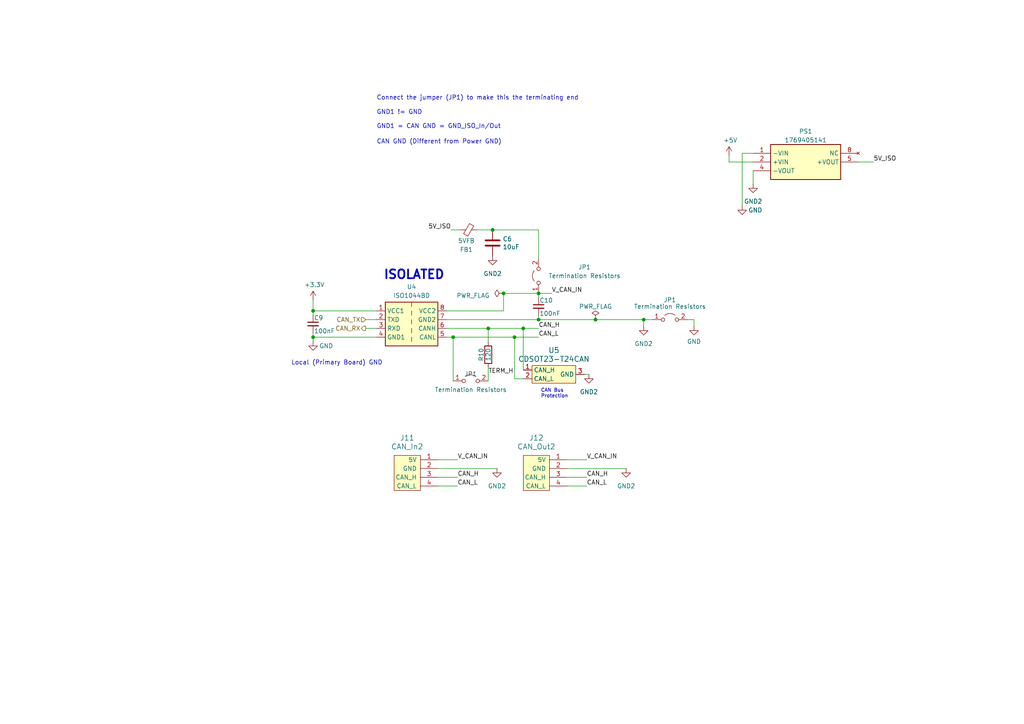
<source format=kicad_sch>
(kicad_sch (version 20230121) (generator eeschema)
  (paper "A4")
  (lib_symbols
    (symbol "Device:C" (pin_numbers hide) (pin_names (offset 0.254))
      (property "Reference" "C" (at 0.635 2.54 0))
      (property "Value" "C" (at 0.635 -2.54 0))
      (symbol "C_0_1"
        (polyline (pts (xy -2.032 -0.762) (xy 2.032 -0.762)) (stroke (width 0.508)))
        (polyline (pts (xy -2.032 0.762) (xy 2.032 0.762)) (stroke (width 0.508)))
      )
      (symbol "C_1_1"
        (pin passive line (at 0 3.81 270) (length 2.794) (name "~") (number "1"))
        (pin passive line (at 0 -3.81 90) (length 2.794) (name "~") (number "2"))
      )
    )
    (symbol "Device:C_Small" (pin_numbers hide) (pin_names (offset 0.254) hide)
      (property "Reference" "C" (at 0.254 1.778 0))
      (property "Value" "C_Small" (at 0.254 -2.032 0))
      (symbol "C_Small_0_1"
        (polyline (pts (xy -1.524 -0.508) (xy 1.524 -0.508)) (stroke (width 0.3302)))
        (polyline (pts (xy -1.524 0.508) (xy 1.524 0.508)) (stroke (width 0.3048)))
      )
      (symbol "C_Small_1_1"
        (pin passive line (at 0 2.54 270) (length 2.032) (name "~") (number "1"))
        (pin passive line (at 0 -2.54 90) (length 2.032) (name "~") (number "2"))
      )
    )
    (symbol "Device:FerriteBead_Small" (pin_numbers hide) (pin_names (offset 0))
      (property "Reference" "FB" (at 1.905 1.27 0))
      (property "Value" "FerriteBead_Small" (at 1.905 -1.27 0))
      (symbol "FerriteBead_Small_0_1"
        (polyline (pts (xy 0 -1.27) (xy 0 -0.7874)))
        (polyline (pts (xy 0 0.889) (xy 0 1.2954)))
        (polyline (pts (xy -1.8288 0.2794) (xy -1.1176 1.4986) (xy 1.8288 -0.2032) (xy 1.1176 -1.4224) (xy -1.8288 0.2794)))
      )
      (symbol "FerriteBead_Small_1_1"
        (pin passive line (at 0 2.54 270) (length 1.27) (name "~") (number "1"))
        (pin passive line (at 0 -2.54 90) (length 1.27) (name "~") (number "2"))
      )
    )
    (symbol "Device:R" (pin_numbers hide) (pin_names (offset 0))
      (property "Reference" "R" (at 2.032 0 90))
      (property "Value" "R" (at 0 0 90))
      (symbol "R_0_1"
        (rectangle (start -1.016 -2.54) (end 1.016 2.54) (stroke (width 0.254)))
      )
      (symbol "R_1_1"
        (pin passive line (at 0 3.81 270) (length 1.27) (name "~") (number "1"))
        (pin passive line (at 0 -3.81 90) (length 1.27) (name "~") (number "2"))
      )
    )
    (symbol "Jumper:Jumper_2_Open" (pin_names (offset 0) hide)
      (property "Reference" "JP" (at 0 2.794 0))
      (property "Value" "Jumper_2_Open" (at 0 -2.286 0))
      (symbol "Jumper_2_Open_0_0"
        (circle (center -2.032 0) (radius 0.508))
        (circle (center 2.032 0) (radius 0.508))
      )
      (symbol "Jumper_2_Open_0_1"
        (arc (start 1.524 1.27) (mid 0 1.778) (end -1.524 1.27))
      )
      (symbol "Jumper_2_Open_1_1"
        (pin passive line (at -5.08 0 0) (length 2.54) (name "A") (number "1"))
        (pin passive line (at 5.08 0 180) (length 2.54) (name "B") (number "2"))
      )
    )
    (symbol "UTSVT_LeaderSOM:1769405141"
      (property "Reference" "PS" (at 26.67 7.62 0))
      (property "Value" "1769405141" (at 26.67 5.08 0))
      (symbol "1769405141_1_1"
        (rectangle (start 5.08 2.54) (end 25.4 -7.62) (stroke (width 0.254)) (fill (type background)))
        (pin passive line (at 0 0 0) (length 5.08) (name "-VIN") (number "1"))
        (pin passive line (at 0 -2.54 0) (length 5.08) (name "+VIN") (number "2"))
        (pin passive line (at 0 -5.08 0) (length 5.08) (name "-VOUT") (number "4"))
        (pin passive line (at 30.48 -2.54 180) (length 5.08) (name "+VOUT") (number "5"))
        (pin no_connect line (at 30.48 0 180) (length 5.08) (name "NC") (number "8"))
      )
    )
    (symbol "power:+3.3V" (power) (pin_names (offset 0))
      (property "Value" "+3.3V" (at 0 3.556 0))
      (symbol "+3.3V_0_1"
        (polyline (pts (xy -0.762 1.27) (xy 0 2.54)))
        (polyline (pts (xy 0 0) (xy 0 2.54)))
        (polyline (pts (xy 0 2.54) (xy 0.762 1.27)))
      )
      (symbol "+3.3V_1_1"
        (pin power_in line (at 0 0 90) (length 0) hide (name "+3.3V") (number "1"))
      )
    )
    (symbol "power:+5V" (power) (pin_names (offset 0))
      (property "Value" "+5V" (at 0 3.556 0))
      (symbol "+5V_0_1"
        (polyline (pts (xy -0.762 1.27) (xy 0 2.54)))
        (polyline (pts (xy 0 0) (xy 0 2.54)))
        (polyline (pts (xy 0 2.54) (xy 0.762 1.27)))
      )
      (symbol "+5V_1_1"
        (pin power_in line (at 0 0 90) (length 0) hide (name "+5V") (number "1"))
      )
    )
    (symbol "power:GND" (power) (pin_names (offset 0))
      (property "Value" "GND" (at 0 -3.81 0))
      (symbol "GND_0_1"
        (polyline (pts (xy 0 0) (xy 0 -1.27) (xy 1.27 -1.27) (xy 0 -2.54) (xy -1.27 -1.27) (xy 0 -1.27)))
      )
      (symbol "GND_1_1"
        (pin power_in line (at 0 0 270) (length 0) hide (name "GND") (number "1"))
      )
    )
    (symbol "power:GND2" (power) (pin_names (offset 0))
      (property "Value" "GND2" (at 0 -3.81 0))
      (symbol "GND2_0_1"
        (polyline (pts (xy 0 0) (xy 0 -1.27) (xy 1.27 -1.27) (xy 0 -2.54) (xy -1.27 -1.27) (xy 0 -1.27)))
      )
      (symbol "GND2_1_1"
        (pin power_in line (at 0 0 270) (length 0) hide (name "GND2") (number "1"))
      )
    )
    (symbol "power:PWR_FLAG" (power) (pin_numbers hide) (pin_names (offset 0) hide)
      (property "Value" "PWR_FLAG" (at 0 3.81 0))
      (symbol "PWR_FLAG_0_0"
        (pin power_out line (at 0 0 90) (length 0) (name "pwr") (number "1"))
      )
      (symbol "PWR_FLAG_0_1"
        (polyline (pts (xy 0 0) (xy 0 1.27) (xy -1.016 1.905) (xy 0 2.54) (xy 1.016 1.905) (xy 0 1.27)))
      )
    )
    (symbol "utsvt-chips:CDSOT23-T24CAN"
      (property "Reference" "U" (at 0 -3.81 0))
      (property "Value" "CDSOT23-T24CAN" (at 0 3.81 0))
      (symbol "CDSOT23-T24CAN_0_1"
        (rectangle (start 6.35 2.54) (end -6.35 -2.54) (fill (type background)))
      )
      (symbol "CDSOT23-T24CAN_1_1"
        (pin passive line (at -8.89 1.27 0) (length 2.54) (name "CAN_H") (number "1"))
        (pin passive line (at -8.89 -1.27 0) (length 2.54) (name "CAN_L") (number "2"))
        (pin passive line (at 8.89 0 180) (length 2.54) (name "GND") (number "3"))
      )
    )
    (symbol "utsvt-chips:ISO1044BD"
      (property "Reference" "U" (at -6.35 6.35 0))
      (property "Value" "ISO1044BD" (at 2.54 6.35 0))
      (symbol "ISO1044BD_0_1"
        (rectangle (start -7.62 5.08) (end 7.62 -7.62) (stroke (width 0.254)) (fill (type background)))
        (polyline (pts (xy 0 -5.08) (xy 0 -6.35)))
        (polyline (pts (xy 0 -2.54) (xy 0 -3.81)))
        (polyline (pts (xy 0 0) (xy 0 -1.27)))
        (polyline (pts (xy 0 2.54) (xy 0 1.27)))
        (polyline (pts (xy 0 5.08) (xy 0 3.81)))
      )
      (symbol "ISO1044BD_1_1"
        (pin power_in line (at -10.16 2.54 0) (length 2.54) (name "VCC1") (number "1"))
        (pin input line (at -10.16 0 0) (length 2.54) (name "TXD") (number "2"))
        (pin output line (at -10.16 -2.54 0) (length 2.54) (name "RXD") (number "3"))
        (pin power_in line (at -10.16 -5.08 0) (length 2.54) (name "GND1") (number "4"))
        (pin bidirectional line (at 10.16 -5.08 180) (length 2.54) (name "CANL") (number "5"))
        (pin bidirectional line (at 10.16 -2.54 180) (length 2.54) (name "CANH") (number "6"))
        (pin power_in line (at 10.16 0 180) (length 2.54) (name "GND2") (number "7"))
        (pin power_in line (at 10.16 2.54 180) (length 2.54) (name "VCC2") (number "8"))
      )
    )
    (symbol "utsvt-connectors:CANConnector" (pin_names (offset 1.016))
      (property "Reference" "J" (at 0 -6.35 0))
      (property "Value" "CANConnector" (at 0 6.35 0))
      (symbol "CANConnector_0_1"
        (rectangle (start 3.81 5.08) (end -3.81 -5.08) (fill (type background)))
      )
      (symbol "CANConnector_1_1"
        (pin power_in line (at 8.89 3.81 180) (length 5.08) (name "5V") (number "1"))
        (pin power_in line (at 8.89 1.27 180) (length 5.08) (name "GND") (number "2"))
        (pin bidirectional line (at 8.89 -1.27 180) (length 5.08) (name "CAN_H") (number "3"))
        (pin bidirectional line (at 8.89 -3.81 180) (length 5.08) (name "CAN_L") (number "4"))
      )
    )
  )
  (junction (at 141.605 95.25))
  (junction (at 156.21 92.71))
  (junction (at 142.875 66.675))
  (junction (at 151.765 95.25))
  (junction (at 172.72 92.71))
  (junction (at 90.805 90.17))
  (junction (at 90.805 97.79))
  (junction (at 186.69 92.71))
  (junction (at 131.445 97.79))
  (junction (at 156.21 85.09))
  (junction (at 149.225 97.79))
  (junction (at 146.05 85.09))
  (wire (pts (xy 127 133.35) (xy 132.715 133.35)))
  (wire (pts (xy 248.92 46.99) (xy 253.365 46.99)))
  (wire (pts (xy 129.54 97.79) (xy 131.445 97.79)))
  (wire (pts (xy 218.44 49.53) (xy 218.44 53.34)))
  (wire (pts (xy 90.805 90.17) (xy 109.22 90.17)))
  (wire (pts (xy 186.69 94.615) (xy 186.69 92.71)))
  (wire (pts (xy 90.805 90.17) (xy 90.805 91.44)))
  (wire (pts (xy 127 140.97) (xy 132.715 140.97)))
  (wire (pts (xy 141.605 95.25) (xy 151.765 95.25)))
  (wire (pts (xy 156.21 85.09) (xy 156.21 86.36)))
  (wire (pts (xy 218.44 46.99) (xy 211.455 46.99)))
  (wire (pts (xy 218.44 44.45) (xy 215.265 44.45)))
  (wire (pts (xy 141.605 95.25) (xy 141.605 99.06)))
  (wire (pts (xy 156.21 85.09) (xy 160.02 85.09)))
  (wire (pts (xy 138.43 66.675) (xy 142.875 66.675)))
  (wire (pts (xy 90.805 97.79) (xy 109.22 97.79)))
  (wire (pts (xy 141.605 110.49) (xy 141.605 106.68)))
  (wire (pts (xy 151.765 95.25) (xy 156.21 95.25)))
  (wire (pts (xy 211.455 45.085) (xy 211.455 46.99)))
  (wire (pts (xy 164.465 135.89) (xy 181.61 135.89)))
  (wire (pts (xy 127 135.89) (xy 144.145 135.89)))
  (wire (pts (xy 90.805 99.06) (xy 90.805 97.79)))
  (wire (pts (xy 156.21 66.675) (xy 156.21 74.93)))
  (wire (pts (xy 127 138.43) (xy 132.715 138.43)))
  (wire (pts (xy 149.225 97.79) (xy 149.225 109.855)))
  (wire (pts (xy 156.21 91.44) (xy 156.21 92.71)))
  (wire (pts (xy 131.445 97.79) (xy 149.225 97.79)))
  (wire (pts (xy 164.465 140.97) (xy 170.18 140.97)))
  (wire (pts (xy 146.05 85.09) (xy 156.21 85.09)))
  (wire (pts (xy 169.545 108.585) (xy 170.815 108.585)))
  (wire (pts (xy 130.81 66.675) (xy 133.35 66.675)))
  (wire (pts (xy 90.805 96.52) (xy 90.805 97.79)))
  (wire (pts (xy 199.39 92.71) (xy 201.295 92.71)))
  (wire (pts (xy 142.875 66.675) (xy 156.21 66.675)))
  (wire (pts (xy 90.805 86.995) (xy 90.805 90.17)))
  (wire (pts (xy 201.295 94.615) (xy 201.295 92.71)))
  (wire (pts (xy 164.465 138.43) (xy 170.18 138.43)))
  (wire (pts (xy 131.445 97.79) (xy 131.445 110.49)))
  (wire (pts (xy 106.045 95.25) (xy 109.22 95.25)))
  (wire (pts (xy 129.54 95.25) (xy 141.605 95.25)))
  (wire (pts (xy 156.21 92.71) (xy 172.72 92.71)))
  (wire (pts (xy 129.54 92.71) (xy 156.21 92.71)))
  (wire (pts (xy 146.05 85.09) (xy 146.05 90.17)))
  (wire (pts (xy 106.045 92.71) (xy 109.22 92.71)))
  (wire (pts (xy 151.765 109.855) (xy 149.225 109.855)))
  (wire (pts (xy 149.225 97.79) (xy 156.21 97.79)))
  (wire (pts (xy 164.465 133.35) (xy 170.18 133.35)))
  (wire (pts (xy 172.72 92.71) (xy 186.69 92.71)))
  (wire (pts (xy 151.765 95.25) (xy 151.765 107.315)))
  (wire (pts (xy 146.05 90.17) (xy 129.54 90.17)))
  (wire (pts (xy 215.265 44.45) (xy 215.265 59.69)))
  (wire (pts (xy 189.23 92.71) (xy 186.69 92.71)))
  (text "ISOLATED" (at 111.125 81.28 0) (effects (font (size 2.54 2.54) (thickness 0.508) bold) (justify left bottom)))
  (text "GND1 != GND\n\nGND1 = CAN GND = GND_ISO_In/Out" (at 109.22 37.465 0) (effects (font (size 1.27 1.27)) (justify left bottom)))
  (text "CAN GND (Different from Power GND)" (at 109.22 41.91 0) (effects (font (size 1.27 1.27)) (justify left bottom)))
  (text "Local (Primary Board) GND" (at 84.455 106.045 0) (effects (font (size 1.27 1.27)) (justify left bottom)))
  (text "CAN Bus\nProtection" (at 156.845 115.57 0) (effects (font (size 1.016 1.016)) (justify left bottom)))
  (text "Connect the jumper (JP1) to make this the terminating end" (at 109.22 29.21 0) (effects (font (size 1.27 1.27)) (justify left bottom)))
  (label "V_CAN_IN" (at 160.02 85.09 0))
  (label "V_CAN_IN" (at 132.715 133.35 0))
  (label "CAN_H" (at 170.18 138.43 0))
  (label "CAN_H" (at 132.715 138.43 0))
  (label "CAN_L" (at 170.18 140.97 0))
  (label "CAN_L" (at 132.715 140.97 0))
  (label "V_CAN_IN" (at 170.18 133.35 0))
  (label "CAN_L" (at 156.21 97.79 0))
  (label "CAN_H" (at 156.21 95.25 0))
  (label "TERM_H" (at 141.605 108.585 0))
  (label "5V_ISO" (at 130.81 66.675 180))
  (label "5V_ISO" (at 253.365 46.99 0))
  (hierarchical_label "CAN_TX" (shape input) (at 106.045 92.71 180))
  (hierarchical_label "CAN_RX" (shape output) (at 106.045 95.25 180))
  (symbol (lib_id "power:GND2") (at 181.61 135.89 0) (unit 1)
    (property "Reference" "#PWR081" (effects hide))
    (property "Value" "GND2" (at 181.61 140.97 0))
  )
  (symbol (lib_id "Device:C_Small") (at 156.21 88.9 0) (unit 1)
    (property "Reference" "C10" (at 156.464 87.122 0) (effects (justify left)))
    (property "Value" "100nF" (at 156.464 90.932 0) (effects (justify left)))
    (property "Footprint" "Capacitor_SMD:C_0805_2012Metric" (effects hide))
    (property "Datasheet" "https://www.mouser.com/datasheet/2/212/KEM_C1002_X7R_SMD-1102033.pdf" (effects hide))
    (property "Mouser Part Number" "80-C0805C104M5R" (effects hide))
    (property "P/N" "C0805C104M5RACTU" (effects hide))
    (instances (project "LeaderSOM" (path "" (reference "C10") (unit 1)) (path "" (reference "C11") (unit 1))) (project "Dashboard" (path "" (reference "C39") (unit 1))) (project "BPS-PeripheralSOM" (path "" (reference "C6") (unit 1))))
  )
  (symbol (lib_id "power:GND2") (at 186.69 94.615 0) (unit 1)
    (property "Reference" "#PWR058" (effects hide))
    (property "Value" "GND2" (at 186.69 99.695 0))
  )
  (symbol (lib_id "power:GND2") (at 142.875 74.295 0) (unit 1)
    (property "Reference" "#PWR085" (effects hide))
    (property "Value" "GND2" (at 142.875 79.375 0))
  )
  (symbol (lib_id "utsvt-chips:ISO1044BD") (at 119.38 92.71 0) (unit 1)
    (property "Reference" "U4" (at 119.38 83.185 0))
    (property "Value" "ISO1044BD" (at 119.38 85.725 0))
    (property "Footprint" "Package_SO:SSOP-8_3.9x5.05mm_P1.27mm" (effects hide))
    (property "Datasheet" "https://www.mouser.com/ProductDetail/Texas-Instruments/ISO1044BDR?qs=DuoOggApuK9UGD9QQWYeTA%3D%3D" (effects hide))
    (instances (project "LeaderSOM" (path "" (reference "U4") (unit 1)) (path "" (reference "U8") (unit 1))) (project "BPS-PeripheralSOM" (path "" (reference "U2") (unit 1))))
  )
  (symbol (lib_id "power:+3.3V") (at 90.805 86.995 0) (unit 1)
    (property "Reference" "#PWR082" (effects hide))
    (property "Value" "+3.3V" (at 91.186 82.6008 0))
    (instances (project "LeaderSOM" (path "" (reference "#PWR082") (unit 1)) (path "" (reference "#PWR07") (unit 1))) (project "Dashboard" (path "" (reference "#PWR0100") (unit 1))) (project "BPS-PeripheralSOM" (path "" (reference "#PWR036") (unit 1))))
  )
  (symbol (lib_id "power:GND") (at 215.265 59.69 0) (unit 1)
    (property "Reference" "#PWR083" (effects hide))
    (property "Value" "GND" (at 219.075 60.96 0))
    (instances (project "LeaderSOM" (path "" (reference "#PWR083") (unit 1)) (path "" (reference "#PWR068") (unit 1))) (project "Dashboard" (path "" (reference "#PWR098") (unit 1))) (project "BPS-PeripheralSOM" (path "" (reference "#PWR033") (unit 1))))
  )
  (symbol (lib_id "Device:C") (at 142.875 70.485 0) (unit 1)
    (property "Reference" "C6" (at 145.796 69.3166 0) (effects (justify left)))
    (property "Value" "10uF" (at 145.796 71.628 0) (effects (justify left)))
    (property "Footprint" "Capacitor_SMD:C_0805_2012Metric" (effects hide))
    (property "Datasheet" "https://www.mouser.com/datasheet/2/40/AVX_X7RDielectric_777024-1853642.pdf" (effects hide))
    (property "P/N" "0805YC106KAT2A" (effects hide))
    (property "Mouser Part Number" "581-0805YC106KAT2A" (effects hide))
    (instances (project "LeaderSOM" (path "" (reference "C6") (unit 1)) (path "" (reference "C3") (unit 1))) (project "Telemetry-Primary" (path "" (reference "C22") (unit 1))) (project "BPS-PeripheralSOM" (path "" (reference "C2") (unit 1))))
  )
  (symbol (lib_id "power:GND2") (at 218.44 53.34 0) (unit 1)
    (property "Reference" "#PWR010" (effects hide))
    (property "Value" "GND2" (at 218.44 58.42 0))
  )
  (symbol (lib_id "utsvt-connectors:CANConnector") (at 118.11 137.16 0) (unit 1)
    (property "Reference" "J11" (at 118.11 127 0) (effects (font (size 1.524 1.524))))
    (property "Value" "CAN_In2" (at 118.11 129.54 0) (effects (font (size 1.524 1.524))))
    (instances (project "LeaderSOM" (path "" (reference "J11") (unit 1)) (path "" (reference "J5") (unit 1))))
  )
  (symbol (lib_id "Jumper:Jumper_2_Open") (at 156.21 80.01 90) (unit 1)
    (property "Reference" "JP1" (at 169.545 77.47 90))
    (property "Value" "Termination Resistors" (at 169.545 80.01 90))
    (property "Footprint" "Connector_PinHeader_2.54mm:PinHeader_1x02_P2.54mm_Vertical" (effects hide))
    (instances (project "LeaderSOM" (path "" (reference "JP1") (unit 1)) (path "" (reference "JP2") (unit 1))) (project "Dashboard" (path "" (reference "JP2") (unit 1))) (project "BPS-PeripheralSOM" (path "" (reference "JP2") (unit 1))))
  )
  (symbol (lib_id "Device:R") (at 141.605 102.87 180) (unit 1)
    (property "Reference" "R10" (at 139.573 102.87 90))
    (property "Value" "120" (at 141.605 102.87 90))
    (property "Footprint" "Resistor_SMD:R_0805_2012Metric" (effects hide))
    (property "Datasheet" "https://www.vishay.com/docs/20035/dcrcwe3.pdf" (effects hide))
    (property "Mouser Part Number" "71-CRCW080559R0FKEA" (effects hide))
    (property "P/N" "CRCW080559R0FKEA" (effects hide))
    (instances (project "LeaderSOM" (path "" (reference "R10") (unit 1)) (path "" (reference "R22") (unit 1))) (project "Dashboard" (path "" (reference "R35") (unit 1))) (project "BPS-PeripheralSOM" (path "" (reference "R16") (unit 1))))
  )
  (symbol (lib_id "UTSVT_LeaderSOM:1769405141") (at 218.44 44.45 0) (unit 1)
    (property "Reference" "PS1" (at 233.68 38.1 0))
    (property "Value" "1769405141" (at 233.68 40.64 0))
    (property "Footprint" "1769405141" (effects hide))
    (property "Datasheet" "https://www.we-online.com/components/products/datasheet/1769405141.pdf" (effects hide))
    (property "Height" "7.5" (effects hide))
    (property "Mouser Part Number" "710-1769405141" (effects hide))
    (property "Mouser Price/Stock" "https://www.mouser.co.uk/ProductDetail/Wurth-Elektronik/1769405141?qs=T%252BzbugeAwjggRc36WtB4Aw%3D%3D" (effects hide))
    (property "Manufacturer_Name" "Wurth Elektronik" (effects hide))
    (property "Manufacturer_Part_Number" "1769405141" (effects hide))
  )
  (symbol (lib_id "Device:FerriteBead_Small") (at 135.89 66.675 270) (unit 1)
    (property "Reference" "FB1" (at 135.255 72.39 90))
    (property "Value" "5VFB" (at 135.255 69.85 90))
    (property "Footprint" "Inductor_SMD:L_0805_2012Metric" (effects hide))
    (property "Datasheet" "https://www.mouser.com/datasheet/2/87/eaton_mfbw1v2012_high_impedance_multilayer_ferrite-1916871.pdf" (effects hide))
    (property "P/N" "MFBW1V2012-121-R" (effects hide))
    (property "Mouser Part Number" "704-MFBW1V2012-121-R" (effects hide))
    (instances (project "LeaderSOM" (path "" (reference "FB1") (unit 1))) (project "Controls-LightingPCB" (path "" (reference "FB1") (unit 1))) (project "BPS-PeripheralSOM" (path "" (reference "FB2") (unit 1)) (path "" (reference "FB2") (unit 1))))
  )
  (symbol (lib_id "power:+5V") (at 211.455 45.085 0) (unit 1)
    (property "Reference" "#PWR042" (effects hide))
    (property "Value" "+5V" (at 211.836 40.6908 0))
    (instances (project "LeaderSOM" (path "" (reference "#PWR042") (unit 1)) (path "" (reference "#PWR087") (unit 1)) (path "" (reference "#PWR061") (unit 1))) (project "Telemetry-Primary" (path "" (reference "#PWR0124") (unit 1))) (project "BPS-PeripheralSOM" (path "" (reference "#PWR025") (unit 1))))
  )
  (symbol (lib_id "power:PWR_FLAG") (at 172.72 92.71 0) (unit 1)
    (property "Reference" "#FLG011" (effects hide))
    (property "Value" "PWR_FLAG" (at 172.72 88.9 0))
  )
  (symbol (lib_id "Jumper:Jumper_2_Open") (at 194.31 92.71 0) (unit 1)
    (property "Reference" "JP1" (at 194.31 86.995 0))
    (property "Value" "Termination Resistors" (at 194.31 88.9 0))
    (property "Footprint" "Connector_PinHeader_2.54mm:PinHeader_1x02_P2.54mm_Vertical" (effects hide))
    (instances (project "LeaderSOM" (path "" (reference "JP1") (unit 1)) (path "" (reference "JP4") (unit 1))) (project "Dashboard" (path "" (reference "JP2") (unit 1))) (project "BPS-PeripheralSOM" (path "" (reference "JP2") (unit 1))))
  )
  (symbol (lib_id "power:GND2") (at 144.145 135.89 0) (unit 1)
    (property "Reference" "#PWR080" (effects hide))
    (property "Value" "GND2" (at 144.145 140.97 0))
  )
  (symbol (lib_id "Device:C_Small") (at 90.805 93.98 0) (unit 1)
    (property "Reference" "C9" (at 91.059 92.202 0) (effects (justify left)))
    (property "Value" "100nF" (at 91.059 96.012 0) (effects (justify left)))
    (property "Footprint" "Capacitor_SMD:C_0805_2012Metric" (effects hide))
    (property "Datasheet" "https://www.mouser.com/datasheet/2/212/KEM_C1002_X7R_SMD-1102033.pdf" (effects hide))
    (property "Mouser Part Number" "80-C0805C104M5R" (effects hide))
    (property "P/N" "C0805C104M5RACTU" (effects hide))
    (instances (project "LeaderSOM" (path "" (reference "C9") (unit 1)) (path "" (reference "C8") (unit 1))) (project "Dashboard" (path "" (reference "C35") (unit 1))) (project "BPS-PeripheralSOM" (path "" (reference "C4") (unit 1))))
  )
  (symbol (lib_id "utsvt-connectors:CANConnector") (at 155.575 137.16 0) (unit 1)
    (property "Reference" "J12" (at 155.575 127 0) (effects (font (size 1.524 1.524))))
    (property "Value" "CAN_Out2" (at 155.575 129.54 0) (effects (font (size 1.524 1.524))))
    (instances (project "LeaderSOM" (path "" (reference "J12") (unit 1)) (path "" (reference "J6") (unit 1))))
  )
  (symbol (lib_id "Jumper:Jumper_2_Open") (at 136.525 110.49 0) (unit 1)
    (property "Reference" "JP1" (at 136.525 108.458 0))
    (property "Value" "Termination Resistors" (at 136.525 113.03 0))
    (property "Footprint" "Connector_PinHeader_2.54mm:PinHeader_1x02_P2.54mm_Vertical" (effects hide))
    (instances (project "LeaderSOM" (path "" (reference "JP1") (unit 1)) (path "" (reference "JP3") (unit 1))) (project "Dashboard" (path "" (reference "JP2") (unit 1))) (project "BPS-PeripheralSOM" (path "" (reference "JP2") (unit 1))))
  )
  (symbol (lib_id "utsvt-chips:CDSOT23-T24CAN") (at 160.655 108.585 0) (unit 1)
    (property "Reference" "U5" (at 160.655 101.6 0) (effects (font (size 1.524 1.524))))
    (property "Value" "CDSOT23-T24CAN" (at 160.655 104.14 0) (effects (font (size 1.524 1.524))))
    (property "Footprint" "Package_TO_SOT_SMD:SOT-23W" (effects hide))
    (property "Datasheet" "https://www.mouser.com/ProductDetail/652-CDSOT23-T24CAN" (effects hide))
    (instances (project "LeaderSOM" (path "" (reference "U5") (unit 1)) (path "" (reference "U9") (unit 1))) (project "BPS-PeripheralSOM" (path "" (reference "U5") (unit 1))))
  )
  (symbol (lib_id "power:GND2") (at 170.815 108.585 0) (unit 1)
    (property "Reference" "#PWR084" (effects hide))
    (property "Value" "GND2" (at 170.815 113.665 0))
  )
  (symbol (lib_id "power:GND") (at 201.295 94.615 0) (unit 1)
    (property "Reference" "#PWR083" (effects hide))
    (property "Value" "GND" (at 201.295 99.06 0))
    (instances (project "LeaderSOM" (path "" (reference "#PWR083") (unit 1)) (path "" (reference "#PWR078") (unit 1))) (project "Dashboard" (path "" (reference "#PWR098") (unit 1))) (project "BPS-PeripheralSOM" (path "" (reference "#PWR033") (unit 1))))
  )
  (symbol (lib_id "power:GND") (at 90.805 99.06 0) (unit 1)
    (property "Reference" "#PWR083" (effects hide))
    (property "Value" "GND" (at 94.615 100.33 0))
    (instances (project "LeaderSOM" (path "" (reference "#PWR083") (unit 1)) (path "" (reference "#PWR08") (unit 1))) (project "Dashboard" (path "" (reference "#PWR098") (unit 1))) (project "BPS-PeripheralSOM" (path "" (reference "#PWR033") (unit 1))))
  )
  (symbol (lib_id "power:PWR_FLAG") (at 146.05 85.09 90) (unit 1)
    (property "Reference" "#FLG010" (effects hide))
    (property "Value" "PWR_FLAG" (at 142.038 85.725 90) (effects (justify left)))
  )
)
</source>
